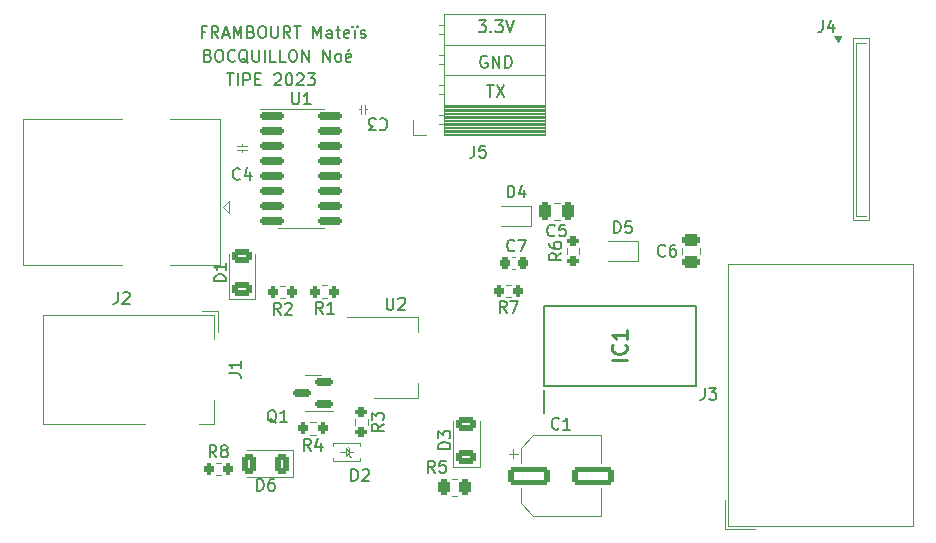
<source format=gto>
%TF.GenerationSoftware,KiCad,Pcbnew,(6.0.10)*%
%TF.CreationDate,2023-02-17T01:50:23+01:00*%
%TF.ProjectId,base,62617365-2e6b-4696-9361-645f70636258,rev?*%
%TF.SameCoordinates,Original*%
%TF.FileFunction,Legend,Top*%
%TF.FilePolarity,Positive*%
%FSLAX46Y46*%
G04 Gerber Fmt 4.6, Leading zero omitted, Abs format (unit mm)*
G04 Created by KiCad (PCBNEW (6.0.10)) date 2023-02-17 01:50:23*
%MOMM*%
%LPD*%
G01*
G04 APERTURE LIST*
G04 Aperture macros list*
%AMRoundRect*
0 Rectangle with rounded corners*
0 $1 Rounding radius*
0 $2 $3 $4 $5 $6 $7 $8 $9 X,Y pos of 4 corners*
0 Add a 4 corners polygon primitive as box body*
4,1,4,$2,$3,$4,$5,$6,$7,$8,$9,$2,$3,0*
0 Add four circle primitives for the rounded corners*
1,1,$1+$1,$2,$3*
1,1,$1+$1,$4,$5*
1,1,$1+$1,$6,$7*
1,1,$1+$1,$8,$9*
0 Add four rect primitives between the rounded corners*
20,1,$1+$1,$2,$3,$4,$5,0*
20,1,$1+$1,$4,$5,$6,$7,0*
20,1,$1+$1,$6,$7,$8,$9,0*
20,1,$1+$1,$8,$9,$2,$3,0*%
G04 Aperture macros list end*
%ADD10C,0.150000*%
%ADD11C,0.254000*%
%ADD12C,0.120000*%
%ADD13C,0.200000*%
%ADD14RoundRect,0.200000X0.200000X0.275000X-0.200000X0.275000X-0.200000X-0.275000X0.200000X-0.275000X0*%
%ADD15C,3.000000*%
%ADD16RoundRect,0.200000X0.275000X-0.200000X0.275000X0.200000X-0.275000X0.200000X-0.275000X-0.200000X0*%
%ADD17R,1.600000X2.000000*%
%ADD18R,1.750000X0.500000*%
%ADD19R,0.600000X0.450000*%
%ADD20R,0.500000X1.250000*%
%ADD21RoundRect,0.250000X-1.500000X-0.550000X1.500000X-0.550000X1.500000X0.550000X-1.500000X0.550000X0*%
%ADD22R,1.700000X1.700000*%
%ADD23C,1.700000*%
%ADD24C,3.500000*%
%ADD25RoundRect,0.200000X-0.200000X-0.275000X0.200000X-0.275000X0.200000X0.275000X-0.200000X0.275000X0*%
%ADD26RoundRect,0.250000X0.625000X-0.375000X0.625000X0.375000X-0.625000X0.375000X-0.625000X-0.375000X0*%
%ADD27RoundRect,0.250000X0.375000X0.625000X-0.375000X0.625000X-0.375000X-0.625000X0.375000X-0.625000X0*%
%ADD28RoundRect,0.250000X0.475000X-0.250000X0.475000X0.250000X-0.475000X0.250000X-0.475000X-0.250000X0*%
%ADD29R,6.600000X3.300000*%
%ADD30O,6.600000X3.300000*%
%ADD31RoundRect,0.150000X-0.825000X-0.150000X0.825000X-0.150000X0.825000X0.150000X-0.825000X0.150000X0*%
%ADD32R,1.250000X0.500000*%
%ADD33RoundRect,0.150000X0.587500X0.150000X-0.587500X0.150000X-0.587500X-0.150000X0.587500X-0.150000X0*%
%ADD34R,0.700000X1.925000*%
%ADD35RoundRect,0.200000X-0.275000X0.200000X-0.275000X-0.200000X0.275000X-0.200000X0.275000X0.200000X0*%
%ADD36R,2.000000X1.500000*%
%ADD37R,2.000000X3.800000*%
%ADD38R,2.000000X4.600000*%
%ADD39O,2.000000X4.200000*%
%ADD40O,4.200000X2.000000*%
%ADD41RoundRect,0.225000X-0.225000X-0.250000X0.225000X-0.250000X0.225000X0.250000X-0.225000X0.250000X0*%
%ADD42O,1.700000X1.700000*%
%ADD43R,1.000000X0.750000*%
%ADD44RoundRect,0.250000X0.250000X0.475000X-0.250000X0.475000X-0.250000X-0.475000X0.250000X-0.475000X0*%
%ADD45RoundRect,0.250000X-0.262500X-0.450000X0.262500X-0.450000X0.262500X0.450000X-0.262500X0.450000X0*%
G04 APERTURE END LIST*
D10*
X118904761Y-70428571D02*
X118571428Y-70428571D01*
X118571428Y-70952380D02*
X118571428Y-69952380D01*
X119047619Y-69952380D01*
X120000000Y-70952380D02*
X119666666Y-70476190D01*
X119428571Y-70952380D02*
X119428571Y-69952380D01*
X119809523Y-69952380D01*
X119904761Y-70000000D01*
X119952380Y-70047619D01*
X120000000Y-70142857D01*
X120000000Y-70285714D01*
X119952380Y-70380952D01*
X119904761Y-70428571D01*
X119809523Y-70476190D01*
X119428571Y-70476190D01*
X120380952Y-70666666D02*
X120857142Y-70666666D01*
X120285714Y-70952380D02*
X120619047Y-69952380D01*
X120952380Y-70952380D01*
X121285714Y-70952380D02*
X121285714Y-69952380D01*
X121619047Y-70666666D01*
X121952380Y-69952380D01*
X121952380Y-70952380D01*
X122761904Y-70428571D02*
X122904761Y-70476190D01*
X122952380Y-70523809D01*
X123000000Y-70619047D01*
X123000000Y-70761904D01*
X122952380Y-70857142D01*
X122904761Y-70904761D01*
X122809523Y-70952380D01*
X122428571Y-70952380D01*
X122428571Y-69952380D01*
X122761904Y-69952380D01*
X122857142Y-70000000D01*
X122904761Y-70047619D01*
X122952380Y-70142857D01*
X122952380Y-70238095D01*
X122904761Y-70333333D01*
X122857142Y-70380952D01*
X122761904Y-70428571D01*
X122428571Y-70428571D01*
X123619047Y-69952380D02*
X123809523Y-69952380D01*
X123904761Y-70000000D01*
X124000000Y-70095238D01*
X124047619Y-70285714D01*
X124047619Y-70619047D01*
X124000000Y-70809523D01*
X123904761Y-70904761D01*
X123809523Y-70952380D01*
X123619047Y-70952380D01*
X123523809Y-70904761D01*
X123428571Y-70809523D01*
X123380952Y-70619047D01*
X123380952Y-70285714D01*
X123428571Y-70095238D01*
X123523809Y-70000000D01*
X123619047Y-69952380D01*
X124476190Y-69952380D02*
X124476190Y-70761904D01*
X124523809Y-70857142D01*
X124571428Y-70904761D01*
X124666666Y-70952380D01*
X124857142Y-70952380D01*
X124952380Y-70904761D01*
X125000000Y-70857142D01*
X125047619Y-70761904D01*
X125047619Y-69952380D01*
X126095238Y-70952380D02*
X125761904Y-70476190D01*
X125523809Y-70952380D02*
X125523809Y-69952380D01*
X125904761Y-69952380D01*
X126000000Y-70000000D01*
X126047619Y-70047619D01*
X126095238Y-70142857D01*
X126095238Y-70285714D01*
X126047619Y-70380952D01*
X126000000Y-70428571D01*
X125904761Y-70476190D01*
X125523809Y-70476190D01*
X126380952Y-69952380D02*
X126952380Y-69952380D01*
X126666666Y-70952380D02*
X126666666Y-69952380D01*
X128047619Y-70952380D02*
X128047619Y-69952380D01*
X128380952Y-70666666D01*
X128714285Y-69952380D01*
X128714285Y-70952380D01*
X129619047Y-70952380D02*
X129619047Y-70428571D01*
X129571428Y-70333333D01*
X129476190Y-70285714D01*
X129285714Y-70285714D01*
X129190476Y-70333333D01*
X129619047Y-70904761D02*
X129523809Y-70952380D01*
X129285714Y-70952380D01*
X129190476Y-70904761D01*
X129142857Y-70809523D01*
X129142857Y-70714285D01*
X129190476Y-70619047D01*
X129285714Y-70571428D01*
X129523809Y-70571428D01*
X129619047Y-70523809D01*
X129952380Y-70285714D02*
X130333333Y-70285714D01*
X130095238Y-69952380D02*
X130095238Y-70809523D01*
X130142857Y-70904761D01*
X130238095Y-70952380D01*
X130333333Y-70952380D01*
X131047619Y-70904761D02*
X130952380Y-70952380D01*
X130761904Y-70952380D01*
X130666666Y-70904761D01*
X130619047Y-70809523D01*
X130619047Y-70428571D01*
X130666666Y-70333333D01*
X130761904Y-70285714D01*
X130952380Y-70285714D01*
X131047619Y-70333333D01*
X131095238Y-70428571D01*
X131095238Y-70523809D01*
X130619047Y-70619047D01*
X131380952Y-69952380D02*
X131428571Y-70000000D01*
X131380952Y-70047619D01*
X131333333Y-70000000D01*
X131380952Y-69952380D01*
X131380952Y-70047619D01*
X131761904Y-69952380D02*
X131809523Y-70000000D01*
X131761904Y-70047619D01*
X131714285Y-70000000D01*
X131761904Y-69952380D01*
X131761904Y-70047619D01*
X131571428Y-70952380D02*
X131571428Y-70285714D01*
X132047619Y-70904761D02*
X132142857Y-70952380D01*
X132333333Y-70952380D01*
X132428571Y-70904761D01*
X132476190Y-70809523D01*
X132476190Y-70761904D01*
X132428571Y-70666666D01*
X132333333Y-70619047D01*
X132190476Y-70619047D01*
X132095238Y-70571428D01*
X132047619Y-70476190D01*
X132047619Y-70428571D01*
X132095238Y-70333333D01*
X132190476Y-70285714D01*
X132333333Y-70285714D01*
X132428571Y-70333333D01*
X142023809Y-69452380D02*
X142642857Y-69452380D01*
X142309523Y-69833333D01*
X142452380Y-69833333D01*
X142547619Y-69880952D01*
X142595238Y-69928571D01*
X142642857Y-70023809D01*
X142642857Y-70261904D01*
X142595238Y-70357142D01*
X142547619Y-70404761D01*
X142452380Y-70452380D01*
X142166666Y-70452380D01*
X142071428Y-70404761D01*
X142023809Y-70357142D01*
X143071428Y-70357142D02*
X143119047Y-70404761D01*
X143071428Y-70452380D01*
X143023809Y-70404761D01*
X143071428Y-70357142D01*
X143071428Y-70452380D01*
X143452380Y-69452380D02*
X144071428Y-69452380D01*
X143738095Y-69833333D01*
X143880952Y-69833333D01*
X143976190Y-69880952D01*
X144023809Y-69928571D01*
X144071428Y-70023809D01*
X144071428Y-70261904D01*
X144023809Y-70357142D01*
X143976190Y-70404761D01*
X143880952Y-70452380D01*
X143595238Y-70452380D01*
X143500000Y-70404761D01*
X143452380Y-70357142D01*
X144357142Y-69452380D02*
X144690476Y-70452380D01*
X145023809Y-69452380D01*
X142738095Y-74952380D02*
X143309523Y-74952380D01*
X143023809Y-75952380D02*
X143023809Y-74952380D01*
X143547619Y-74952380D02*
X144214285Y-75952380D01*
X144214285Y-74952380D02*
X143547619Y-75952380D01*
X142738095Y-72500000D02*
X142642857Y-72452380D01*
X142500000Y-72452380D01*
X142357142Y-72500000D01*
X142261904Y-72595238D01*
X142214285Y-72690476D01*
X142166666Y-72880952D01*
X142166666Y-73023809D01*
X142214285Y-73214285D01*
X142261904Y-73309523D01*
X142357142Y-73404761D01*
X142500000Y-73452380D01*
X142595238Y-73452380D01*
X142738095Y-73404761D01*
X142785714Y-73357142D01*
X142785714Y-73023809D01*
X142595238Y-73023809D01*
X143214285Y-73452380D02*
X143214285Y-72452380D01*
X143785714Y-73452380D01*
X143785714Y-72452380D01*
X144261904Y-73452380D02*
X144261904Y-72452380D01*
X144500000Y-72452380D01*
X144642857Y-72500000D01*
X144738095Y-72595238D01*
X144785714Y-72690476D01*
X144833333Y-72880952D01*
X144833333Y-73023809D01*
X144785714Y-73214285D01*
X144738095Y-73309523D01*
X144642857Y-73404761D01*
X144500000Y-73452380D01*
X144261904Y-73452380D01*
X120738095Y-73952380D02*
X121309523Y-73952380D01*
X121023809Y-74952380D02*
X121023809Y-73952380D01*
X121642857Y-74952380D02*
X121642857Y-73952380D01*
X122119047Y-74952380D02*
X122119047Y-73952380D01*
X122500000Y-73952380D01*
X122595238Y-74000000D01*
X122642857Y-74047619D01*
X122690476Y-74142857D01*
X122690476Y-74285714D01*
X122642857Y-74380952D01*
X122595238Y-74428571D01*
X122500000Y-74476190D01*
X122119047Y-74476190D01*
X123119047Y-74428571D02*
X123452380Y-74428571D01*
X123595238Y-74952380D02*
X123119047Y-74952380D01*
X123119047Y-73952380D01*
X123595238Y-73952380D01*
X124738095Y-74047619D02*
X124785714Y-74000000D01*
X124880952Y-73952380D01*
X125119047Y-73952380D01*
X125214285Y-74000000D01*
X125261904Y-74047619D01*
X125309523Y-74142857D01*
X125309523Y-74238095D01*
X125261904Y-74380952D01*
X124690476Y-74952380D01*
X125309523Y-74952380D01*
X125928571Y-73952380D02*
X126023809Y-73952380D01*
X126119047Y-74000000D01*
X126166666Y-74047619D01*
X126214285Y-74142857D01*
X126261904Y-74333333D01*
X126261904Y-74571428D01*
X126214285Y-74761904D01*
X126166666Y-74857142D01*
X126119047Y-74904761D01*
X126023809Y-74952380D01*
X125928571Y-74952380D01*
X125833333Y-74904761D01*
X125785714Y-74857142D01*
X125738095Y-74761904D01*
X125690476Y-74571428D01*
X125690476Y-74333333D01*
X125738095Y-74142857D01*
X125785714Y-74047619D01*
X125833333Y-74000000D01*
X125928571Y-73952380D01*
X126642857Y-74047619D02*
X126690476Y-74000000D01*
X126785714Y-73952380D01*
X127023809Y-73952380D01*
X127119047Y-74000000D01*
X127166666Y-74047619D01*
X127214285Y-74142857D01*
X127214285Y-74238095D01*
X127166666Y-74380952D01*
X126595238Y-74952380D01*
X127214285Y-74952380D01*
X127547619Y-73952380D02*
X128166666Y-73952380D01*
X127833333Y-74333333D01*
X127976190Y-74333333D01*
X128071428Y-74380952D01*
X128119047Y-74428571D01*
X128166666Y-74523809D01*
X128166666Y-74761904D01*
X128119047Y-74857142D01*
X128071428Y-74904761D01*
X127976190Y-74952380D01*
X127690476Y-74952380D01*
X127595238Y-74904761D01*
X127547619Y-74857142D01*
X119119047Y-72428571D02*
X119261904Y-72476190D01*
X119309523Y-72523809D01*
X119357142Y-72619047D01*
X119357142Y-72761904D01*
X119309523Y-72857142D01*
X119261904Y-72904761D01*
X119166666Y-72952380D01*
X118785714Y-72952380D01*
X118785714Y-71952380D01*
X119119047Y-71952380D01*
X119214285Y-72000000D01*
X119261904Y-72047619D01*
X119309523Y-72142857D01*
X119309523Y-72238095D01*
X119261904Y-72333333D01*
X119214285Y-72380952D01*
X119119047Y-72428571D01*
X118785714Y-72428571D01*
X119976190Y-71952380D02*
X120166666Y-71952380D01*
X120261904Y-72000000D01*
X120357142Y-72095238D01*
X120404761Y-72285714D01*
X120404761Y-72619047D01*
X120357142Y-72809523D01*
X120261904Y-72904761D01*
X120166666Y-72952380D01*
X119976190Y-72952380D01*
X119880952Y-72904761D01*
X119785714Y-72809523D01*
X119738095Y-72619047D01*
X119738095Y-72285714D01*
X119785714Y-72095238D01*
X119880952Y-72000000D01*
X119976190Y-71952380D01*
X121404761Y-72857142D02*
X121357142Y-72904761D01*
X121214285Y-72952380D01*
X121119047Y-72952380D01*
X120976190Y-72904761D01*
X120880952Y-72809523D01*
X120833333Y-72714285D01*
X120785714Y-72523809D01*
X120785714Y-72380952D01*
X120833333Y-72190476D01*
X120880952Y-72095238D01*
X120976190Y-72000000D01*
X121119047Y-71952380D01*
X121214285Y-71952380D01*
X121357142Y-72000000D01*
X121404761Y-72047619D01*
X122500000Y-73047619D02*
X122404761Y-73000000D01*
X122309523Y-72904761D01*
X122166666Y-72761904D01*
X122071428Y-72714285D01*
X121976190Y-72714285D01*
X122023809Y-72952380D02*
X121928571Y-72904761D01*
X121833333Y-72809523D01*
X121785714Y-72619047D01*
X121785714Y-72285714D01*
X121833333Y-72095238D01*
X121928571Y-72000000D01*
X122023809Y-71952380D01*
X122214285Y-71952380D01*
X122309523Y-72000000D01*
X122404761Y-72095238D01*
X122452380Y-72285714D01*
X122452380Y-72619047D01*
X122404761Y-72809523D01*
X122309523Y-72904761D01*
X122214285Y-72952380D01*
X122023809Y-72952380D01*
X122880952Y-71952380D02*
X122880952Y-72761904D01*
X122928571Y-72857142D01*
X122976190Y-72904761D01*
X123071428Y-72952380D01*
X123261904Y-72952380D01*
X123357142Y-72904761D01*
X123404761Y-72857142D01*
X123452380Y-72761904D01*
X123452380Y-71952380D01*
X123928571Y-72952380D02*
X123928571Y-71952380D01*
X124880952Y-72952380D02*
X124404761Y-72952380D01*
X124404761Y-71952380D01*
X125690476Y-72952380D02*
X125214285Y-72952380D01*
X125214285Y-71952380D01*
X126214285Y-71952380D02*
X126404761Y-71952380D01*
X126500000Y-72000000D01*
X126595238Y-72095238D01*
X126642857Y-72285714D01*
X126642857Y-72619047D01*
X126595238Y-72809523D01*
X126500000Y-72904761D01*
X126404761Y-72952380D01*
X126214285Y-72952380D01*
X126119047Y-72904761D01*
X126023809Y-72809523D01*
X125976190Y-72619047D01*
X125976190Y-72285714D01*
X126023809Y-72095238D01*
X126119047Y-72000000D01*
X126214285Y-71952380D01*
X127071428Y-72952380D02*
X127071428Y-71952380D01*
X127642857Y-72952380D01*
X127642857Y-71952380D01*
X128880952Y-72952380D02*
X128880952Y-71952380D01*
X129452380Y-72952380D01*
X129452380Y-71952380D01*
X130071428Y-72952380D02*
X129976190Y-72904761D01*
X129928571Y-72857142D01*
X129880952Y-72761904D01*
X129880952Y-72476190D01*
X129928571Y-72380952D01*
X129976190Y-72333333D01*
X130071428Y-72285714D01*
X130214285Y-72285714D01*
X130309523Y-72333333D01*
X130357142Y-72380952D01*
X130404761Y-72476190D01*
X130404761Y-72761904D01*
X130357142Y-72857142D01*
X130309523Y-72904761D01*
X130214285Y-72952380D01*
X130071428Y-72952380D01*
X131214285Y-72904761D02*
X131119047Y-72952380D01*
X130928571Y-72952380D01*
X130833333Y-72904761D01*
X130785714Y-72809523D01*
X130785714Y-72428571D01*
X130833333Y-72333333D01*
X130928571Y-72285714D01*
X131119047Y-72285714D01*
X131214285Y-72333333D01*
X131261904Y-72428571D01*
X131261904Y-72523809D01*
X130785714Y-72619047D01*
X131119047Y-71904761D02*
X130976190Y-72047619D01*
%TO.C,R4*%
X127833333Y-105882380D02*
X127500000Y-105406190D01*
X127261904Y-105882380D02*
X127261904Y-104882380D01*
X127642857Y-104882380D01*
X127738095Y-104930000D01*
X127785714Y-104977619D01*
X127833333Y-105072857D01*
X127833333Y-105215714D01*
X127785714Y-105310952D01*
X127738095Y-105358571D01*
X127642857Y-105406190D01*
X127261904Y-105406190D01*
X128690476Y-105215714D02*
X128690476Y-105882380D01*
X128452380Y-104834761D02*
X128214285Y-105549047D01*
X128833333Y-105549047D01*
%TO.C,R6*%
X149022380Y-89166666D02*
X148546190Y-89500000D01*
X149022380Y-89738095D02*
X148022380Y-89738095D01*
X148022380Y-89357142D01*
X148070000Y-89261904D01*
X148117619Y-89214285D01*
X148212857Y-89166666D01*
X148355714Y-89166666D01*
X148450952Y-89214285D01*
X148498571Y-89261904D01*
X148546190Y-89357142D01*
X148546190Y-89738095D01*
X148022380Y-88309523D02*
X148022380Y-88500000D01*
X148070000Y-88595238D01*
X148117619Y-88642857D01*
X148260476Y-88738095D01*
X148450952Y-88785714D01*
X148831904Y-88785714D01*
X148927142Y-88738095D01*
X148974761Y-88690476D01*
X149022380Y-88595238D01*
X149022380Y-88404761D01*
X148974761Y-88309523D01*
X148927142Y-88261904D01*
X148831904Y-88214285D01*
X148593809Y-88214285D01*
X148498571Y-88261904D01*
X148450952Y-88309523D01*
X148403333Y-88404761D01*
X148403333Y-88595238D01*
X148450952Y-88690476D01*
X148498571Y-88738095D01*
X148593809Y-88785714D01*
%TO.C,J4*%
X171166666Y-69452380D02*
X171166666Y-70166666D01*
X171119047Y-70309523D01*
X171023809Y-70404761D01*
X170880952Y-70452380D01*
X170785714Y-70452380D01*
X172071428Y-69785714D02*
X172071428Y-70452380D01*
X171833333Y-69404761D02*
X171595238Y-70119047D01*
X172214285Y-70119047D01*
%TO.C,D4*%
X144486904Y-84452380D02*
X144486904Y-83452380D01*
X144725000Y-83452380D01*
X144867857Y-83500000D01*
X144963095Y-83595238D01*
X145010714Y-83690476D01*
X145058333Y-83880952D01*
X145058333Y-84023809D01*
X145010714Y-84214285D01*
X144963095Y-84309523D01*
X144867857Y-84404761D01*
X144725000Y-84452380D01*
X144486904Y-84452380D01*
X145915476Y-83785714D02*
X145915476Y-84452380D01*
X145677380Y-83404761D02*
X145439285Y-84119047D01*
X146058333Y-84119047D01*
%TO.C,C3*%
X133666666Y-77842857D02*
X133714285Y-77795238D01*
X133857142Y-77747619D01*
X133952380Y-77747619D01*
X134095238Y-77795238D01*
X134190476Y-77890476D01*
X134238095Y-77985714D01*
X134285714Y-78176190D01*
X134285714Y-78319047D01*
X134238095Y-78509523D01*
X134190476Y-78604761D01*
X134095238Y-78700000D01*
X133952380Y-78747619D01*
X133857142Y-78747619D01*
X133714285Y-78700000D01*
X133666666Y-78652380D01*
X133333333Y-78747619D02*
X132714285Y-78747619D01*
X133047619Y-78366666D01*
X132904761Y-78366666D01*
X132809523Y-78319047D01*
X132761904Y-78271428D01*
X132714285Y-78176190D01*
X132714285Y-77938095D01*
X132761904Y-77842857D01*
X132809523Y-77795238D01*
X132904761Y-77747619D01*
X133190476Y-77747619D01*
X133285714Y-77795238D01*
X133333333Y-77842857D01*
%TO.C,C1*%
X148833333Y-104007142D02*
X148785714Y-104054761D01*
X148642857Y-104102380D01*
X148547619Y-104102380D01*
X148404761Y-104054761D01*
X148309523Y-103959523D01*
X148261904Y-103864285D01*
X148214285Y-103673809D01*
X148214285Y-103530952D01*
X148261904Y-103340476D01*
X148309523Y-103245238D01*
X148404761Y-103150000D01*
X148547619Y-103102380D01*
X148642857Y-103102380D01*
X148785714Y-103150000D01*
X148833333Y-103197619D01*
X149785714Y-104102380D02*
X149214285Y-104102380D01*
X149500000Y-104102380D02*
X149500000Y-103102380D01*
X149404761Y-103245238D01*
X149309523Y-103340476D01*
X149214285Y-103388095D01*
%TO.C,J2*%
X111484166Y-92472380D02*
X111484166Y-93186666D01*
X111436547Y-93329523D01*
X111341309Y-93424761D01*
X111198452Y-93472380D01*
X111103214Y-93472380D01*
X111912738Y-92567619D02*
X111960357Y-92520000D01*
X112055595Y-92472380D01*
X112293690Y-92472380D01*
X112388928Y-92520000D01*
X112436547Y-92567619D01*
X112484166Y-92662857D01*
X112484166Y-92758095D01*
X112436547Y-92900952D01*
X111865119Y-93472380D01*
X112484166Y-93472380D01*
%TO.C,R8*%
X119833333Y-106434880D02*
X119500000Y-105958690D01*
X119261904Y-106434880D02*
X119261904Y-105434880D01*
X119642857Y-105434880D01*
X119738095Y-105482500D01*
X119785714Y-105530119D01*
X119833333Y-105625357D01*
X119833333Y-105768214D01*
X119785714Y-105863452D01*
X119738095Y-105911071D01*
X119642857Y-105958690D01*
X119261904Y-105958690D01*
X120404761Y-105863452D02*
X120309523Y-105815833D01*
X120261904Y-105768214D01*
X120214285Y-105672976D01*
X120214285Y-105625357D01*
X120261904Y-105530119D01*
X120309523Y-105482500D01*
X120404761Y-105434880D01*
X120595238Y-105434880D01*
X120690476Y-105482500D01*
X120738095Y-105530119D01*
X120785714Y-105625357D01*
X120785714Y-105672976D01*
X120738095Y-105768214D01*
X120690476Y-105815833D01*
X120595238Y-105863452D01*
X120404761Y-105863452D01*
X120309523Y-105911071D01*
X120261904Y-105958690D01*
X120214285Y-106053928D01*
X120214285Y-106244404D01*
X120261904Y-106339642D01*
X120309523Y-106387261D01*
X120404761Y-106434880D01*
X120595238Y-106434880D01*
X120690476Y-106387261D01*
X120738095Y-106339642D01*
X120785714Y-106244404D01*
X120785714Y-106053928D01*
X120738095Y-105958690D01*
X120690476Y-105911071D01*
X120595238Y-105863452D01*
%TO.C,D1*%
X120632380Y-91538095D02*
X119632380Y-91538095D01*
X119632380Y-91300000D01*
X119680000Y-91157142D01*
X119775238Y-91061904D01*
X119870476Y-91014285D01*
X120060952Y-90966666D01*
X120203809Y-90966666D01*
X120394285Y-91014285D01*
X120489523Y-91061904D01*
X120584761Y-91157142D01*
X120632380Y-91300000D01*
X120632380Y-91538095D01*
X120632380Y-90014285D02*
X120632380Y-90585714D01*
X120632380Y-90300000D02*
X119632380Y-90300000D01*
X119775238Y-90395238D01*
X119870476Y-90490476D01*
X119918095Y-90585714D01*
%TO.C,D5*%
X153486904Y-87452380D02*
X153486904Y-86452380D01*
X153725000Y-86452380D01*
X153867857Y-86500000D01*
X153963095Y-86595238D01*
X154010714Y-86690476D01*
X154058333Y-86880952D01*
X154058333Y-87023809D01*
X154010714Y-87214285D01*
X153963095Y-87309523D01*
X153867857Y-87404761D01*
X153725000Y-87452380D01*
X153486904Y-87452380D01*
X154963095Y-86452380D02*
X154486904Y-86452380D01*
X154439285Y-86928571D01*
X154486904Y-86880952D01*
X154582142Y-86833333D01*
X154820238Y-86833333D01*
X154915476Y-86880952D01*
X154963095Y-86928571D01*
X155010714Y-87023809D01*
X155010714Y-87261904D01*
X154963095Y-87357142D01*
X154915476Y-87404761D01*
X154820238Y-87452380D01*
X154582142Y-87452380D01*
X154486904Y-87404761D01*
X154439285Y-87357142D01*
%TO.C,D6*%
X123261904Y-109272380D02*
X123261904Y-108272380D01*
X123500000Y-108272380D01*
X123642857Y-108320000D01*
X123738095Y-108415238D01*
X123785714Y-108510476D01*
X123833333Y-108700952D01*
X123833333Y-108843809D01*
X123785714Y-109034285D01*
X123738095Y-109129523D01*
X123642857Y-109224761D01*
X123500000Y-109272380D01*
X123261904Y-109272380D01*
X124690476Y-108272380D02*
X124500000Y-108272380D01*
X124404761Y-108320000D01*
X124357142Y-108367619D01*
X124261904Y-108510476D01*
X124214285Y-108700952D01*
X124214285Y-109081904D01*
X124261904Y-109177142D01*
X124309523Y-109224761D01*
X124404761Y-109272380D01*
X124595238Y-109272380D01*
X124690476Y-109224761D01*
X124738095Y-109177142D01*
X124785714Y-109081904D01*
X124785714Y-108843809D01*
X124738095Y-108748571D01*
X124690476Y-108700952D01*
X124595238Y-108653333D01*
X124404761Y-108653333D01*
X124309523Y-108700952D01*
X124261904Y-108748571D01*
X124214285Y-108843809D01*
%TO.C,C6*%
X157833333Y-89357142D02*
X157785714Y-89404761D01*
X157642857Y-89452380D01*
X157547619Y-89452380D01*
X157404761Y-89404761D01*
X157309523Y-89309523D01*
X157261904Y-89214285D01*
X157214285Y-89023809D01*
X157214285Y-88880952D01*
X157261904Y-88690476D01*
X157309523Y-88595238D01*
X157404761Y-88500000D01*
X157547619Y-88452380D01*
X157642857Y-88452380D01*
X157785714Y-88500000D01*
X157833333Y-88547619D01*
X158690476Y-88452380D02*
X158500000Y-88452380D01*
X158404761Y-88500000D01*
X158357142Y-88547619D01*
X158261904Y-88690476D01*
X158214285Y-88880952D01*
X158214285Y-89261904D01*
X158261904Y-89357142D01*
X158309523Y-89404761D01*
X158404761Y-89452380D01*
X158595238Y-89452380D01*
X158690476Y-89404761D01*
X158738095Y-89357142D01*
X158785714Y-89261904D01*
X158785714Y-89023809D01*
X158738095Y-88928571D01*
X158690476Y-88880952D01*
X158595238Y-88833333D01*
X158404761Y-88833333D01*
X158309523Y-88880952D01*
X158261904Y-88928571D01*
X158214285Y-89023809D01*
%TO.C,J3*%
X161166666Y-100572380D02*
X161166666Y-101286666D01*
X161119047Y-101429523D01*
X161023809Y-101524761D01*
X160880952Y-101572380D01*
X160785714Y-101572380D01*
X161547619Y-100572380D02*
X162166666Y-100572380D01*
X161833333Y-100953333D01*
X161976190Y-100953333D01*
X162071428Y-101000952D01*
X162119047Y-101048571D01*
X162166666Y-101143809D01*
X162166666Y-101381904D01*
X162119047Y-101477142D01*
X162071428Y-101524761D01*
X161976190Y-101572380D01*
X161690476Y-101572380D01*
X161595238Y-101524761D01*
X161547619Y-101477142D01*
%TO.C,R1*%
X128833333Y-94294880D02*
X128500000Y-93818690D01*
X128261904Y-94294880D02*
X128261904Y-93294880D01*
X128642857Y-93294880D01*
X128738095Y-93342500D01*
X128785714Y-93390119D01*
X128833333Y-93485357D01*
X128833333Y-93628214D01*
X128785714Y-93723452D01*
X128738095Y-93771071D01*
X128642857Y-93818690D01*
X128261904Y-93818690D01*
X129785714Y-94294880D02*
X129214285Y-94294880D01*
X129500000Y-94294880D02*
X129500000Y-93294880D01*
X129404761Y-93437738D01*
X129309523Y-93532976D01*
X129214285Y-93580595D01*
%TO.C,U1*%
X126238095Y-75552380D02*
X126238095Y-76361904D01*
X126285714Y-76457142D01*
X126333333Y-76504761D01*
X126428571Y-76552380D01*
X126619047Y-76552380D01*
X126714285Y-76504761D01*
X126761904Y-76457142D01*
X126809523Y-76361904D01*
X126809523Y-75552380D01*
X127809523Y-76552380D02*
X127238095Y-76552380D01*
X127523809Y-76552380D02*
X127523809Y-75552380D01*
X127428571Y-75695238D01*
X127333333Y-75790476D01*
X127238095Y-75838095D01*
%TO.C,R2*%
X125270591Y-94359880D02*
X124937258Y-93883690D01*
X124699162Y-94359880D02*
X124699162Y-93359880D01*
X125080115Y-93359880D01*
X125175353Y-93407500D01*
X125222972Y-93455119D01*
X125270591Y-93550357D01*
X125270591Y-93693214D01*
X125222972Y-93788452D01*
X125175353Y-93836071D01*
X125080115Y-93883690D01*
X124699162Y-93883690D01*
X125651543Y-93455119D02*
X125699162Y-93407500D01*
X125794400Y-93359880D01*
X126032496Y-93359880D01*
X126127734Y-93407500D01*
X126175353Y-93455119D01*
X126222972Y-93550357D01*
X126222972Y-93645595D01*
X126175353Y-93788452D01*
X125603924Y-94359880D01*
X126222972Y-94359880D01*
%TO.C,C4*%
X121833333Y-82857142D02*
X121785714Y-82904761D01*
X121642857Y-82952380D01*
X121547619Y-82952380D01*
X121404761Y-82904761D01*
X121309523Y-82809523D01*
X121261904Y-82714285D01*
X121214285Y-82523809D01*
X121214285Y-82380952D01*
X121261904Y-82190476D01*
X121309523Y-82095238D01*
X121404761Y-82000000D01*
X121547619Y-81952380D01*
X121642857Y-81952380D01*
X121785714Y-82000000D01*
X121833333Y-82047619D01*
X122690476Y-82285714D02*
X122690476Y-82952380D01*
X122452380Y-81904761D02*
X122214285Y-82619047D01*
X122833333Y-82619047D01*
%TO.C,Q1*%
X124904761Y-103547619D02*
X124809523Y-103500000D01*
X124714285Y-103404761D01*
X124571428Y-103261904D01*
X124476190Y-103214285D01*
X124380952Y-103214285D01*
X124428571Y-103452380D02*
X124333333Y-103404761D01*
X124238095Y-103309523D01*
X124190476Y-103119047D01*
X124190476Y-102785714D01*
X124238095Y-102595238D01*
X124333333Y-102500000D01*
X124428571Y-102452380D01*
X124619047Y-102452380D01*
X124714285Y-102500000D01*
X124809523Y-102595238D01*
X124857142Y-102785714D01*
X124857142Y-103119047D01*
X124809523Y-103309523D01*
X124714285Y-103404761D01*
X124619047Y-103452380D01*
X124428571Y-103452380D01*
X125809523Y-103452380D02*
X125238095Y-103452380D01*
X125523809Y-103452380D02*
X125523809Y-102452380D01*
X125428571Y-102595238D01*
X125333333Y-102690476D01*
X125238095Y-102738095D01*
D11*
%TO.C,IC1*%
X154574523Y-98239761D02*
X153304523Y-98239761D01*
X154453571Y-96909285D02*
X154514047Y-96969761D01*
X154574523Y-97151190D01*
X154574523Y-97272142D01*
X154514047Y-97453571D01*
X154393095Y-97574523D01*
X154272142Y-97635000D01*
X154030238Y-97695476D01*
X153848809Y-97695476D01*
X153606904Y-97635000D01*
X153485952Y-97574523D01*
X153365000Y-97453571D01*
X153304523Y-97272142D01*
X153304523Y-97151190D01*
X153365000Y-96969761D01*
X153425476Y-96909285D01*
X154574523Y-95699761D02*
X154574523Y-96425476D01*
X154574523Y-96062619D02*
X153304523Y-96062619D01*
X153485952Y-96183571D01*
X153606904Y-96304523D01*
X153667380Y-96425476D01*
D10*
%TO.C,R3*%
X133992380Y-103611182D02*
X133516190Y-103944516D01*
X133992380Y-104182611D02*
X132992380Y-104182611D01*
X132992380Y-103801658D01*
X133040000Y-103706420D01*
X133087619Y-103658801D01*
X133182857Y-103611182D01*
X133325714Y-103611182D01*
X133420952Y-103658801D01*
X133468571Y-103706420D01*
X133516190Y-103801658D01*
X133516190Y-104182611D01*
X132992380Y-103277849D02*
X132992380Y-102658801D01*
X133373333Y-102992135D01*
X133373333Y-102849277D01*
X133420952Y-102754039D01*
X133468571Y-102706420D01*
X133563809Y-102658801D01*
X133801904Y-102658801D01*
X133897142Y-102706420D01*
X133944761Y-102754039D01*
X133992380Y-102849277D01*
X133992380Y-103134992D01*
X133944761Y-103230230D01*
X133897142Y-103277849D01*
%TO.C,U2*%
X134238095Y-92952380D02*
X134238095Y-93761904D01*
X134285714Y-93857142D01*
X134333333Y-93904761D01*
X134428571Y-93952380D01*
X134619047Y-93952380D01*
X134714285Y-93904761D01*
X134761904Y-93857142D01*
X134809523Y-93761904D01*
X134809523Y-92952380D01*
X135238095Y-93047619D02*
X135285714Y-93000000D01*
X135380952Y-92952380D01*
X135619047Y-92952380D01*
X135714285Y-93000000D01*
X135761904Y-93047619D01*
X135809523Y-93142857D01*
X135809523Y-93238095D01*
X135761904Y-93380952D01*
X135190476Y-93952380D01*
X135809523Y-93952380D01*
%TO.C,J1*%
X120902380Y-99333333D02*
X121616666Y-99333333D01*
X121759523Y-99380952D01*
X121854761Y-99476190D01*
X121902380Y-99619047D01*
X121902380Y-99714285D01*
X121902380Y-98333333D02*
X121902380Y-98904761D01*
X121902380Y-98619047D02*
X120902380Y-98619047D01*
X121045238Y-98714285D01*
X121140476Y-98809523D01*
X121188095Y-98904761D01*
%TO.C,C7*%
X145058333Y-88927142D02*
X145010714Y-88974761D01*
X144867857Y-89022380D01*
X144772619Y-89022380D01*
X144629761Y-88974761D01*
X144534523Y-88879523D01*
X144486904Y-88784285D01*
X144439285Y-88593809D01*
X144439285Y-88450952D01*
X144486904Y-88260476D01*
X144534523Y-88165238D01*
X144629761Y-88070000D01*
X144772619Y-88022380D01*
X144867857Y-88022380D01*
X145010714Y-88070000D01*
X145058333Y-88117619D01*
X145391666Y-88022380D02*
X146058333Y-88022380D01*
X145629761Y-89022380D01*
%TO.C,D3*%
X139632380Y-105738095D02*
X138632380Y-105738095D01*
X138632380Y-105500000D01*
X138680000Y-105357142D01*
X138775238Y-105261904D01*
X138870476Y-105214285D01*
X139060952Y-105166666D01*
X139203809Y-105166666D01*
X139394285Y-105214285D01*
X139489523Y-105261904D01*
X139584761Y-105357142D01*
X139632380Y-105500000D01*
X139632380Y-105738095D01*
X138632380Y-104833333D02*
X138632380Y-104214285D01*
X139013333Y-104547619D01*
X139013333Y-104404761D01*
X139060952Y-104309523D01*
X139108571Y-104261904D01*
X139203809Y-104214285D01*
X139441904Y-104214285D01*
X139537142Y-104261904D01*
X139584761Y-104309523D01*
X139632380Y-104404761D01*
X139632380Y-104690476D01*
X139584761Y-104785714D01*
X139537142Y-104833333D01*
%TO.C,J5*%
X141646666Y-80072380D02*
X141646666Y-80786666D01*
X141599047Y-80929523D01*
X141503809Y-81024761D01*
X141360952Y-81072380D01*
X141265714Y-81072380D01*
X142599047Y-80072380D02*
X142122857Y-80072380D01*
X142075238Y-80548571D01*
X142122857Y-80500952D01*
X142218095Y-80453333D01*
X142456190Y-80453333D01*
X142551428Y-80500952D01*
X142599047Y-80548571D01*
X142646666Y-80643809D01*
X142646666Y-80881904D01*
X142599047Y-80977142D01*
X142551428Y-81024761D01*
X142456190Y-81072380D01*
X142218095Y-81072380D01*
X142122857Y-81024761D01*
X142075238Y-80977142D01*
%TO.C,D2*%
X131261904Y-108452380D02*
X131261904Y-107452380D01*
X131500000Y-107452380D01*
X131642857Y-107500000D01*
X131738095Y-107595238D01*
X131785714Y-107690476D01*
X131833333Y-107880952D01*
X131833333Y-108023809D01*
X131785714Y-108214285D01*
X131738095Y-108309523D01*
X131642857Y-108404761D01*
X131500000Y-108452380D01*
X131261904Y-108452380D01*
X132214285Y-107547619D02*
X132261904Y-107500000D01*
X132357142Y-107452380D01*
X132595238Y-107452380D01*
X132690476Y-107500000D01*
X132738095Y-107547619D01*
X132785714Y-107642857D01*
X132785714Y-107738095D01*
X132738095Y-107880952D01*
X132166666Y-108452380D01*
X132785714Y-108452380D01*
%TO.C,C5*%
X148469585Y-87657142D02*
X148421966Y-87704761D01*
X148279109Y-87752380D01*
X148183871Y-87752380D01*
X148041013Y-87704761D01*
X147945775Y-87609523D01*
X147898156Y-87514285D01*
X147850537Y-87323809D01*
X147850537Y-87180952D01*
X147898156Y-86990476D01*
X147945775Y-86895238D01*
X148041013Y-86800000D01*
X148183871Y-86752380D01*
X148279109Y-86752380D01*
X148421966Y-86800000D01*
X148469585Y-86847619D01*
X149374347Y-86752380D02*
X148898156Y-86752380D01*
X148850537Y-87228571D01*
X148898156Y-87180952D01*
X148993394Y-87133333D01*
X149231490Y-87133333D01*
X149326728Y-87180952D01*
X149374347Y-87228571D01*
X149421966Y-87323809D01*
X149421966Y-87561904D01*
X149374347Y-87657142D01*
X149326728Y-87704761D01*
X149231490Y-87752380D01*
X148993394Y-87752380D01*
X148898156Y-87704761D01*
X148850537Y-87657142D01*
%TO.C,R7*%
X144396075Y-94229880D02*
X144062742Y-93753690D01*
X143824646Y-94229880D02*
X143824646Y-93229880D01*
X144205599Y-93229880D01*
X144300837Y-93277500D01*
X144348456Y-93325119D01*
X144396075Y-93420357D01*
X144396075Y-93563214D01*
X144348456Y-93658452D01*
X144300837Y-93706071D01*
X144205599Y-93753690D01*
X143824646Y-93753690D01*
X144729408Y-93229880D02*
X145396075Y-93229880D01*
X144967503Y-94229880D01*
%TO.C,R5*%
X138333333Y-107737380D02*
X138000000Y-107261190D01*
X137761904Y-107737380D02*
X137761904Y-106737380D01*
X138142857Y-106737380D01*
X138238095Y-106785000D01*
X138285714Y-106832619D01*
X138333333Y-106927857D01*
X138333333Y-107070714D01*
X138285714Y-107165952D01*
X138238095Y-107213571D01*
X138142857Y-107261190D01*
X137761904Y-107261190D01*
X139238095Y-106737380D02*
X138761904Y-106737380D01*
X138714285Y-107213571D01*
X138761904Y-107165952D01*
X138857142Y-107118333D01*
X139095238Y-107118333D01*
X139190476Y-107165952D01*
X139238095Y-107213571D01*
X139285714Y-107308809D01*
X139285714Y-107546904D01*
X139238095Y-107642142D01*
X139190476Y-107689761D01*
X139095238Y-107737380D01*
X138857142Y-107737380D01*
X138761904Y-107689761D01*
X138714285Y-107642142D01*
D12*
%TO.C,R4*%
X128237258Y-103477500D02*
X127762742Y-103477500D01*
X128237258Y-104522500D02*
X127762742Y-104522500D01*
%TO.C,R6*%
X150522500Y-89237258D02*
X150522500Y-88762742D01*
X149477500Y-89237258D02*
X149477500Y-88762742D01*
%TO.C,J4*%
X174800000Y-71350000D02*
X174000000Y-71350000D01*
X174000000Y-86050000D02*
X174800000Y-86050000D01*
X174000000Y-71350000D02*
X174000000Y-86050000D01*
X175100000Y-70950000D02*
X173700000Y-70950000D01*
X173700000Y-70950000D02*
X173700000Y-86350000D01*
X173700000Y-86350000D02*
X175100000Y-86350000D01*
X175100000Y-86350000D02*
X175100000Y-70950000D01*
G36*
X172452076Y-71303460D02*
G01*
X172152076Y-70803460D01*
X172752076Y-70803460D01*
X172452076Y-71303460D01*
G37*
X172452076Y-71303460D02*
X172152076Y-70803460D01*
X172752076Y-70803460D01*
X172452076Y-71303460D01*
%TO.C,D4*%
X146500000Y-85150000D02*
X143950000Y-85150000D01*
X146500000Y-86850000D02*
X146500000Y-85150000D01*
X146500000Y-86850000D02*
X143950000Y-86850000D01*
%TO.C,C3*%
X132100000Y-77000000D02*
X131900000Y-77000000D01*
X132400000Y-77400000D02*
X132400000Y-76600000D01*
X132100000Y-77400000D02*
X132100000Y-76600000D01*
X132600000Y-77000000D02*
X132400000Y-77000000D01*
%TO.C,C1*%
X145590000Y-110345563D02*
X145590000Y-109060000D01*
X152410000Y-111410000D02*
X152410000Y-109060000D01*
X152410000Y-104590000D02*
X152410000Y-106940000D01*
X146654437Y-111410000D02*
X152410000Y-111410000D01*
X145590000Y-110345563D02*
X146654437Y-111410000D01*
X144956250Y-105758750D02*
X144956250Y-106546250D01*
X146654437Y-104590000D02*
X152410000Y-104590000D01*
X145590000Y-105654437D02*
X146654437Y-104590000D01*
X145590000Y-105654437D02*
X145590000Y-106940000D01*
X144562500Y-106152500D02*
X145350000Y-106152500D01*
%TO.C,J2*%
X103457500Y-77840000D02*
X111817500Y-77840000D01*
X120897500Y-85750000D02*
X120897500Y-84750000D01*
X120177500Y-90160000D02*
X120177500Y-77840000D01*
X115917500Y-90160000D02*
X120177500Y-90160000D01*
X120397500Y-85250000D02*
X120897500Y-85750000D01*
X120177500Y-77840000D02*
X115917500Y-77840000D01*
X120897500Y-84750000D02*
X120397500Y-85250000D01*
X111817500Y-90160000D02*
X103457500Y-90160000D01*
X103457500Y-90160000D02*
X103457500Y-77840000D01*
%TO.C,R8*%
X119762742Y-106890000D02*
X120237258Y-106890000D01*
X119762742Y-107935000D02*
X120237258Y-107935000D01*
%TO.C,D1*%
X123135000Y-93085000D02*
X123135000Y-89200000D01*
X120865000Y-93085000D02*
X123135000Y-93085000D01*
X120865000Y-89200000D02*
X120865000Y-93085000D01*
%TO.C,D5*%
X155500000Y-89850000D02*
X155500000Y-88150000D01*
X155500000Y-88150000D02*
X152950000Y-88150000D01*
X155500000Y-89850000D02*
X152950000Y-89850000D01*
%TO.C,D6*%
X122400000Y-108135000D02*
X126285000Y-108135000D01*
X126285000Y-105865000D02*
X122400000Y-105865000D01*
X126285000Y-108135000D02*
X126285000Y-105865000D01*
%TO.C,C6*%
X159265000Y-89261252D02*
X159265000Y-88738748D01*
X160735000Y-89261252D02*
X160735000Y-88738748D01*
%TO.C,J3*%
X178850000Y-112300000D02*
X178850000Y-90100000D01*
X162900000Y-112550000D02*
X162900000Y-110050000D01*
X163150000Y-112300000D02*
X163150000Y-90100000D01*
X165400000Y-112550000D02*
X162900000Y-112550000D01*
X178850000Y-112300000D02*
X163150000Y-112300000D01*
X163150000Y-90100000D02*
X178850000Y-90100000D01*
%TO.C,R1*%
X129237258Y-92935000D02*
X128762742Y-92935000D01*
X129237258Y-91890000D02*
X128762742Y-91890000D01*
%TO.C,U1*%
X127000000Y-76940000D02*
X128950000Y-76940000D01*
X127000000Y-76940000D02*
X123550000Y-76940000D01*
X127000000Y-87060000D02*
X125050000Y-87060000D01*
X127000000Y-87060000D02*
X128950000Y-87060000D01*
%TO.C,R2*%
X125674516Y-91955000D02*
X125200000Y-91955000D01*
X125674516Y-93000000D02*
X125200000Y-93000000D01*
%TO.C,C4*%
X122000000Y-80100000D02*
X122000000Y-79900000D01*
X121600000Y-80100000D02*
X122400000Y-80100000D01*
X122000000Y-80600000D02*
X122000000Y-80400000D01*
X121600000Y-80400000D02*
X122400000Y-80400000D01*
%TO.C,Q1*%
X128000000Y-99440000D02*
X128650000Y-99440000D01*
X128000000Y-99440000D02*
X127350000Y-99440000D01*
X128000000Y-102560000D02*
X127350000Y-102560000D01*
X128000000Y-102560000D02*
X129675000Y-102560000D01*
D13*
%TO.C,IC1*%
X160400000Y-93600000D02*
X160400000Y-100400000D01*
X160400000Y-100400000D02*
X147600000Y-100400000D01*
X147600000Y-93600000D02*
X160400000Y-93600000D01*
X147600000Y-100400000D02*
X147600000Y-93600000D01*
X147585000Y-102675000D02*
X147585000Y-100750000D01*
D12*
%TO.C,R3*%
X132632500Y-103207258D02*
X132632500Y-103681774D01*
X131587500Y-103207258D02*
X131587500Y-103681774D01*
%TO.C,U2*%
X133150000Y-101410000D02*
X136910000Y-101410000D01*
X136910000Y-94590000D02*
X136910000Y-95850000D01*
X130900000Y-94590000D02*
X136910000Y-94590000D01*
X136910000Y-101410000D02*
X136910000Y-100150000D01*
%TO.C,J1*%
X105150000Y-94400000D02*
X119650000Y-94400000D01*
X105150000Y-103600000D02*
X105150000Y-94400000D01*
X119950000Y-94100000D02*
X118650000Y-94100000D01*
X119950000Y-95800000D02*
X119950000Y-94100000D01*
X119650000Y-94400000D02*
X119650000Y-96400000D01*
X119650000Y-101600000D02*
X119650000Y-103600000D01*
X113750000Y-103600000D02*
X105150000Y-103600000D01*
X119650000Y-103600000D02*
X118350000Y-103600000D01*
%TO.C,C7*%
X144859420Y-90510000D02*
X145140580Y-90510000D01*
X144859420Y-89490000D02*
X145140580Y-89490000D01*
%TO.C,D3*%
X139865000Y-103400000D02*
X139865000Y-107285000D01*
X139865000Y-107285000D02*
X142135000Y-107285000D01*
X142135000Y-107285000D02*
X142135000Y-103400000D01*
%TO.C,J5*%
X147690000Y-71500000D02*
X139060000Y-71500000D01*
X147690000Y-77170480D02*
X139060000Y-77170480D01*
X147690000Y-77052385D02*
X139060000Y-77052385D01*
X137600000Y-79180000D02*
X136490000Y-79180000D01*
X139060000Y-77490000D02*
X138710000Y-77490000D01*
X147690000Y-77760955D02*
X139060000Y-77760955D01*
X147690000Y-77642860D02*
X139060000Y-77642860D01*
X147690000Y-79060000D02*
X139060000Y-79060000D01*
X139060000Y-78210000D02*
X138710000Y-78210000D01*
X147690000Y-78115240D02*
X139060000Y-78115240D01*
X147690000Y-68900000D02*
X139060000Y-68900000D01*
X147690000Y-77997145D02*
X139060000Y-77997145D01*
X147690000Y-78705715D02*
X139060000Y-78705715D01*
X147690000Y-78941905D02*
X139060000Y-78941905D01*
X147690000Y-76816195D02*
X139060000Y-76816195D01*
X139060000Y-74950000D02*
X138650000Y-74950000D01*
X147690000Y-74040000D02*
X139060000Y-74040000D01*
X147690000Y-78469525D02*
X139060000Y-78469525D01*
X147690000Y-78351430D02*
X139060000Y-78351430D01*
X139060000Y-70590000D02*
X138650000Y-70590000D01*
X147690000Y-76934290D02*
X139060000Y-76934290D01*
X147690000Y-79180000D02*
X139060000Y-79180000D01*
X139060000Y-72410000D02*
X138650000Y-72410000D01*
X147690000Y-78587620D02*
X139060000Y-78587620D01*
X139060000Y-73130000D02*
X138650000Y-73130000D01*
X139060000Y-79180000D02*
X139060000Y-68900000D01*
X147690000Y-77406670D02*
X139060000Y-77406670D01*
X147690000Y-77879050D02*
X139060000Y-77879050D01*
X139060000Y-69870000D02*
X138650000Y-69870000D01*
X147690000Y-78823810D02*
X139060000Y-78823810D01*
X136490000Y-79180000D02*
X136490000Y-77850000D01*
X147690000Y-79180000D02*
X147690000Y-68900000D01*
X139060000Y-75670000D02*
X138650000Y-75670000D01*
X147690000Y-78233335D02*
X139060000Y-78233335D01*
X147690000Y-77524765D02*
X139060000Y-77524765D01*
X147690000Y-76698100D02*
X139060000Y-76698100D01*
X147690000Y-76580000D02*
X139060000Y-76580000D01*
X147690000Y-77288575D02*
X139060000Y-77288575D01*
%TO.C,D2*%
X132000000Y-105275000D02*
X129700000Y-105275000D01*
X132000000Y-105500000D02*
X132000000Y-105275000D01*
X129700000Y-105275000D02*
X129700000Y-105500000D01*
X130800000Y-106300000D02*
X130800000Y-105700000D01*
X131100000Y-105700000D02*
X131000000Y-105600000D01*
X131400000Y-106000000D02*
X131100000Y-106000000D01*
X131100000Y-106300000D02*
X131100000Y-105700000D01*
X131200000Y-106400000D02*
X131100000Y-106300000D01*
X132000000Y-106725000D02*
X132000000Y-106500000D01*
X129700000Y-106500000D02*
X129700000Y-106725000D01*
X131100000Y-106000000D02*
X130800000Y-106300000D01*
X130800000Y-106000000D02*
X130300000Y-106000000D01*
X129700000Y-106725000D02*
X132000000Y-106725000D01*
X130800000Y-105700000D02*
X131100000Y-106000000D01*
%TO.C,C5*%
X148897504Y-84885000D02*
X148375000Y-84885000D01*
X148897504Y-86355000D02*
X148375000Y-86355000D01*
%TO.C,R7*%
X144800000Y-92870000D02*
X144325484Y-92870000D01*
X144800000Y-91825000D02*
X144325484Y-91825000D01*
%TO.C,R5*%
X139772936Y-108265000D02*
X140227064Y-108265000D01*
X139772936Y-109735000D02*
X140227064Y-109735000D01*
%TD*%
%LPC*%
D14*
%TO.C,R4*%
X128825000Y-104000000D03*
X127175000Y-104000000D03*
%TD*%
D15*
%TO.C,REF\u002A\u002A*%
X114000000Y-72000000D03*
%TD*%
D16*
%TO.C,R6*%
X150000000Y-89825000D03*
X150000000Y-88175000D03*
%TD*%
D17*
%TO.C,J4*%
X174400000Y-87550000D03*
X174400000Y-69750000D03*
D18*
X172525000Y-72150000D03*
X176275000Y-73150000D03*
X172525000Y-74150000D03*
X176275000Y-75150000D03*
X172525000Y-76150000D03*
X176275000Y-77150000D03*
X172525000Y-78150000D03*
X176275000Y-79150000D03*
X172525000Y-80150000D03*
X176275000Y-81150000D03*
X172525000Y-82150000D03*
X176275000Y-83150000D03*
X172525000Y-84150000D03*
X176275000Y-85150000D03*
%TD*%
D19*
%TO.C,D4*%
X146050000Y-86000000D03*
X143950000Y-86000000D03*
%TD*%
D20*
%TO.C,C3*%
X133000000Y-77000000D03*
X131500000Y-77000000D03*
%TD*%
D21*
%TO.C,C1*%
X146300000Y-108000000D03*
X151700000Y-108000000D03*
%TD*%
D22*
%TO.C,J2*%
X118577500Y-85250000D03*
D23*
X118577500Y-82750000D03*
X116577500Y-82750000D03*
X116577500Y-85250000D03*
D24*
X113867500Y-77980000D03*
X113867500Y-90020000D03*
%TD*%
D25*
%TO.C,R8*%
X119175000Y-107412500D03*
X120825000Y-107412500D03*
%TD*%
D26*
%TO.C,D1*%
X122000000Y-92200000D03*
X122000000Y-89400000D03*
%TD*%
D19*
%TO.C,D5*%
X155050000Y-89000000D03*
X152950000Y-89000000D03*
%TD*%
D27*
%TO.C,D6*%
X125400000Y-107000000D03*
X122600000Y-107000000D03*
%TD*%
D28*
%TO.C,C6*%
X160000000Y-89950000D03*
X160000000Y-88050000D03*
%TD*%
D15*
%TO.C,REF\u002A\u002A*%
X114000000Y-109000000D03*
%TD*%
D29*
%TO.C,J3*%
X171000000Y-106200000D03*
D30*
X171000000Y-96200000D03*
%TD*%
D14*
%TO.C,R1*%
X129825000Y-92412500D03*
X128175000Y-92412500D03*
%TD*%
D31*
%TO.C,U1*%
X124525000Y-77555000D03*
X124525000Y-78825000D03*
X124525000Y-80095000D03*
X124525000Y-81365000D03*
X124525000Y-82635000D03*
X124525000Y-83905000D03*
X124525000Y-85175000D03*
X124525000Y-86445000D03*
X129475000Y-86445000D03*
X129475000Y-85175000D03*
X129475000Y-83905000D03*
X129475000Y-82635000D03*
X129475000Y-81365000D03*
X129475000Y-80095000D03*
X129475000Y-78825000D03*
X129475000Y-77555000D03*
%TD*%
D14*
%TO.C,R2*%
X126262258Y-92477500D03*
X124612258Y-92477500D03*
%TD*%
D32*
%TO.C,C4*%
X122000000Y-81000000D03*
X122000000Y-79500000D03*
%TD*%
D33*
%TO.C,Q1*%
X128937500Y-101950000D03*
X128937500Y-100050000D03*
X127062500Y-101000000D03*
%TD*%
D34*
%TO.C,IC1*%
X148285000Y-101712000D03*
X149555000Y-101712000D03*
X150825000Y-101712000D03*
X152095000Y-101712000D03*
X153365000Y-101712000D03*
X154635000Y-101712000D03*
X155905000Y-101712000D03*
X157175000Y-101712000D03*
X158445000Y-101712000D03*
X159715000Y-101712000D03*
X159715000Y-92288000D03*
X158445000Y-92288000D03*
X157175000Y-92288000D03*
X155905000Y-92288000D03*
X154635000Y-92288000D03*
X153365000Y-92288000D03*
X152095000Y-92288000D03*
X150825000Y-92288000D03*
X149555000Y-92288000D03*
X148285000Y-92288000D03*
%TD*%
D35*
%TO.C,R3*%
X132110000Y-102619516D03*
X132110000Y-104269516D03*
%TD*%
D36*
%TO.C,U2*%
X131850000Y-95700000D03*
X131850000Y-98000000D03*
D37*
X138150000Y-98000000D03*
D36*
X131850000Y-100300000D03*
%TD*%
D38*
%TO.C,J1*%
X118950000Y-99000000D03*
D39*
X112650000Y-99000000D03*
D40*
X116050000Y-103800000D03*
%TD*%
D41*
%TO.C,C7*%
X144225000Y-90000000D03*
X145775000Y-90000000D03*
%TD*%
D26*
%TO.C,D3*%
X141000000Y-106400000D03*
X141000000Y-103600000D03*
%TD*%
D22*
%TO.C,J5*%
X137600000Y-77850000D03*
D42*
X137600000Y-75310000D03*
X137600000Y-72770000D03*
X137600000Y-70230000D03*
%TD*%
D15*
%TO.C,REF\u002A\u002A*%
X161500000Y-72000000D03*
%TD*%
D43*
%TO.C,D2*%
X132000000Y-106000000D03*
X129650000Y-106000000D03*
%TD*%
D44*
%TO.C,C5*%
X149586252Y-85620000D03*
X147686252Y-85620000D03*
%TD*%
D14*
%TO.C,R7*%
X145387742Y-92347500D03*
X143737742Y-92347500D03*
%TD*%
D45*
%TO.C,R5*%
X139087500Y-109000000D03*
X140912500Y-109000000D03*
%TD*%
M02*

</source>
